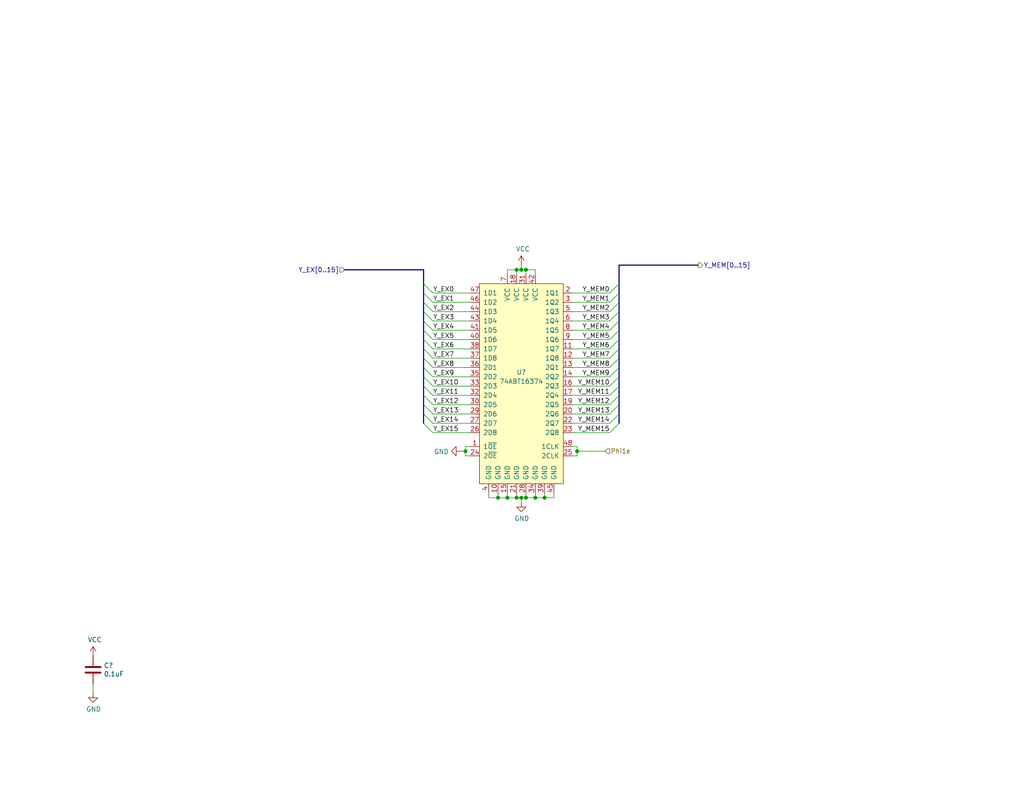
<source format=kicad_sch>
(kicad_sch (version 20250114) (generator "eeschema") (generator_version "9.0")
  (paper "USLetter")
  (title_block (title "EX/MEM: ALUResult Register") (date "2025-07-13") (rev "A"))
  (lib_symbols
    (symbol "Device:C" (pin_numbers (hide yes)) (pin_names (offset 0.254))
      (property "Reference" "C" (at 0.635 2.54 0))
      (property "Value" "C" (at 0.635 -2.54 0))
      (symbol "C_0_1"
        (polyline (pts (xy -2.032 0.762) (xy 2.032 0.762)) (stroke (width 0.508)))
        (polyline (pts (xy -2.032 -0.762) (xy 2.032 -0.762)) (stroke (width 0.508)))
      )
      (symbol "C_1_1"
        (pin passive line (at 0 3.81 270) (length 2.794) (name "~") (number "1"))
        (pin passive line (at 0 -3.81 90) (length 2.794) (name "~") (number "2"))
      )
    )
    (symbol "Turtle16:74ABT16374" (pin_names (offset 1.016))
      (symbol "74ABT16374_0_0"
        (pin input line (at -13.97 21.59 0) (length 2.54) (name "1D1") (number "47"))
        (pin input line (at -13.97 19.05 0) (length 2.54) (name "1D2") (number "46"))
        (pin input line (at -13.97 16.51 0) (length 2.54) (name "1D3") (number "44"))
        (pin input line (at -13.97 13.97 0) (length 2.54) (name "1D4") (number "43"))
        (pin input line (at -13.97 11.43 0) (length 2.54) (name "1D5") (number "41"))
        (pin input line (at -13.97 8.89 0) (length 2.54) (name "1D6") (number "40"))
        (pin input line (at -13.97 6.35 0) (length 2.54) (name "1D7") (number "38"))
        (pin input line (at -13.97 3.81 0) (length 2.54) (name "1D8") (number "37"))
        (pin input line (at -13.97 1.27 0) (length 2.54) (name "2D1") (number "36"))
        (pin input line (at -13.97 -1.27 0) (length 2.54) (name "2D2") (number "35"))
        (pin input line (at -13.97 -3.81 0) (length 2.54) (name "2D3") (number "33"))
        (pin input line (at -13.97 -6.35 0) (length 2.54) (name "2D4") (number "32"))
        (pin input line (at -13.97 -8.89 0) (length 2.54) (name "2D5") (number "30"))
        (pin input line (at -13.97 -11.43 0) (length 2.54) (name "2D6") (number "29"))
        (pin input line (at -13.97 -13.97 0) (length 2.54) (name "2D7") (number "27"))
        (pin input line (at -13.97 -16.51 0) (length 2.54) (name "2D8") (number "26"))
        (pin input line (at -13.97 -20.32 0) (length 2.54) (name "1~{OE}") (number "1"))
        (pin input line (at -13.97 -22.86 0) (length 2.54) (name "2~{OE}") (number "24"))
        (pin power_in line (at -8.89 -33.02 90) (length 2.54) (name "GND") (number "4"))
        (pin power_in line (at -6.35 -33.02 90) (length 2.54) (name "GND") (number "10"))
        (pin power_in line (at -3.81 26.67 270) (length 2.54) (name "VCC") (number "7"))
        (pin power_in line (at -3.81 -33.02 90) (length 2.54) (name "GND") (number "15"))
        (pin power_in line (at -1.27 26.67 270) (length 2.54) (name "VCC") (number "18"))
        (pin power_in line (at -1.27 -33.02 90) (length 2.54) (name "GND") (number "21"))
        (pin power_in line (at 1.27 26.67 270) (length 2.54) (name "VCC") (number "31"))
        (pin power_in line (at 1.27 -33.02 90) (length 2.54) (name "GND") (number "28"))
        (pin power_in line (at 3.81 26.67 270) (length 2.54) (name "VCC") (number "42"))
        (pin power_in line (at 3.81 -33.02 90) (length 2.54) (name "GND") (number "34"))
        (pin power_in line (at 6.35 -33.02 90) (length 2.54) (name "GND") (number "39"))
        (pin power_in line (at 8.89 -33.02 90) (length 2.54) (name "GND") (number "45"))
        (pin tri_state line (at 13.97 21.59 180) (length 2.54) (name "1Q1") (number "2"))
        (pin tri_state line (at 13.97 19.05 180) (length 2.54) (name "1Q2") (number "3"))
        (pin tri_state line (at 13.97 16.51 180) (length 2.54) (name "1Q3") (number "5"))
        (pin tri_state line (at 13.97 13.97 180) (length 2.54) (name "1Q4") (number "6"))
        (pin tri_state line (at 13.97 11.43 180) (length 2.54) (name "1Q5") (number "8"))
        (pin tri_state line (at 13.97 8.89 180) (length 2.54) (name "1Q6") (number "9"))
        (pin tri_state line (at 13.97 6.35 180) (length 2.54) (name "1Q7") (number "11"))
        (pin tri_state line (at 13.97 3.81 180) (length 2.54) (name "1Q8") (number "12"))
        (pin tri_state line (at 13.97 1.27 180) (length 2.54) (name "2Q1") (number "13"))
        (pin tri_state line (at 13.97 -1.27 180) (length 2.54) (name "2Q2") (number "14"))
        (pin tri_state line (at 13.97 -3.81 180) (length 2.54) (name "2Q3") (number "16"))
        (pin tri_state line (at 13.97 -6.35 180) (length 2.54) (name "2Q4") (number "17"))
        (pin tri_state line (at 13.97 -8.89 180) (length 2.54) (name "2Q5") (number "19"))
        (pin tri_state line (at 13.97 -11.43 180) (length 2.54) (name "2Q6") (number "20"))
        (pin tri_state line (at 13.97 -13.97 180) (length 2.54) (name "2Q7") (number "22"))
        (pin tri_state line (at 13.97 -16.51 180) (length 2.54) (name "2Q8") (number "23"))
        (pin input line (at 13.97 -20.32 180) (length 2.54) (name "1CLK") (number "48"))
        (pin input line (at 13.97 -22.86 180) (length 2.54) (name "2CLK") (number "25"))
      )
      (symbol "74ABT16374_0_1"
        (rectangle (start -11.43 24.13) (end 11.43 -30.48) (fill (type background)))
      )
    )
    (symbol "power:GND" (power) (pin_numbers (hide yes)) (pin_names (offset 0) (hide yes))
      (property "Value" "GND" (at 0 -3.81 0))
      (symbol "GND_0_1"
        (polyline (pts (xy 0 0) (xy 0 -1.27) (xy 1.27 -1.27) (xy 0 -2.54) (xy -1.27 -1.27) (xy 0 -1.27)))
      )
      (symbol "GND_1_1"
        (pin power_in line (at 0 0 270) (length 0) (name "~") (number "1"))
      )
    )
    (symbol "power:VCC" (power) (pin_numbers (hide yes)) (pin_names (offset 0) (hide yes))
      (property "Value" "VCC" (at 0 3.556 0))
      (symbol "VCC_0_1"
        (polyline (pts (xy -0.762 1.27) (xy 0 2.54)))
        (polyline (pts (xy 0 2.54) (xy 0.762 1.27)))
        (polyline (pts (xy 0 0) (xy 0 2.54)))
      )
      (symbol "VCC_1_1"
        (pin power_in line (at 0 0 90) (length 0) (name "~") (number "1"))
      )
    )
  )
  (junction (at 157.48 123.19))
  (junction (at 142.24 135.89))
  (junction (at 127 123.19))
  (junction (at 143.51 73.66))
  (junction (at 146.05 135.89))
  (junction (at 148.59 135.89))
  (junction (at 140.97 135.89))
  (junction (at 135.89 135.89))
  (junction (at 140.97 73.66))
  (junction (at 142.24 73.66))
  (junction (at 138.43 135.89))
  (junction (at 143.51 135.89))
  (bus_entry (at 115.57 87.63) (size 2.54 2.54))
  (bus_entry (at 168.91 87.63) (size -2.54 2.54))
  (bus_entry (at 168.91 113.03) (size -2.54 2.54))
  (bus_entry (at 115.57 82.55) (size 2.54 2.54))
  (bus_entry (at 168.91 92.71) (size -2.54 2.54))
  (bus_entry (at 115.57 90.17) (size 2.54 2.54))
  (bus_entry (at 115.57 92.71) (size 2.54 2.54))
  (bus_entry (at 168.91 77.47) (size -2.54 2.54))
  (bus_entry (at 168.91 110.49) (size -2.54 2.54))
  (bus_entry (at 115.57 77.47) (size 2.54 2.54))
  (bus_entry (at 115.57 110.49) (size 2.54 2.54))
  (bus_entry (at 168.91 85.09) (size -2.54 2.54))
  (bus_entry (at 115.57 102.87) (size 2.54 2.54))
  (bus_entry (at 115.57 97.79) (size 2.54 2.54))
  (bus_entry (at 168.91 80.01) (size -2.54 2.54))
  (bus_entry (at 168.91 115.57) (size -2.54 2.54))
  (bus_entry (at 168.91 105.41) (size -2.54 2.54))
  (bus_entry (at 115.57 105.41) (size 2.54 2.54))
  (bus_entry (at 168.91 90.17) (size -2.54 2.54))
  (bus_entry (at 115.57 113.03) (size 2.54 2.54))
  (bus_entry (at 115.57 100.33) (size 2.54 2.54))
  (bus_entry (at 115.57 95.25) (size 2.54 2.54))
  (bus_entry (at 168.91 102.87) (size -2.54 2.54))
  (bus_entry (at 115.57 80.01) (size 2.54 2.54))
  (bus_entry (at 168.91 100.33) (size -2.54 2.54))
  (bus_entry (at 168.91 107.95) (size -2.54 2.54))
  (bus_entry (at 168.91 82.55) (size -2.54 2.54))
  (bus_entry (at 115.57 107.95) (size 2.54 2.54))
  (bus_entry (at 168.91 97.79) (size -2.54 2.54))
  (bus_entry (at 115.57 115.57) (size 2.54 2.54))
  (bus_entry (at 115.57 85.09) (size 2.54 2.54))
  (bus_entry (at 168.91 95.25) (size -2.54 2.54))
  (wire (pts (xy 135.89 135.89) (xy 138.43 135.89)))
  (bus (pts (xy 168.91 85.09) (xy 168.91 87.63)))
  (bus (pts (xy 93.98 73.66) (xy 115.57 73.66)))
  (wire (pts (xy 166.37 100.33) (xy 156.21 100.33)))
  (wire (pts (xy 166.37 80.01) (xy 156.21 80.01)))
  (wire (pts (xy 143.51 73.66) (xy 146.05 73.66)))
  (bus (pts (xy 115.57 113.03) (xy 115.57 115.57)))
  (wire (pts (xy 146.05 73.66) (xy 146.05 74.93)))
  (wire (pts (xy 166.37 82.55) (xy 156.21 82.55)))
  (wire (pts (xy 166.37 115.57) (xy 156.21 115.57)))
  (bus (pts (xy 168.91 87.63) (xy 168.91 90.17)))
  (wire (pts (xy 138.43 73.66) (xy 140.97 73.66)))
  (wire (pts (xy 140.97 135.89) (xy 142.24 135.89)))
  (bus (pts (xy 115.57 97.79) (xy 115.57 100.33)))
  (bus (pts (xy 168.91 107.95) (xy 168.91 110.49)))
  (bus (pts (xy 115.57 107.95) (xy 115.57 110.49)))
  (bus (pts (xy 190.5 72.39) (xy 168.91 72.39)))
  (wire (pts (xy 118.11 118.11) (xy 128.27 118.11)))
  (wire (pts (xy 118.11 105.41) (xy 128.27 105.41)))
  (wire (pts (xy 118.11 115.57) (xy 128.27 115.57)))
  (wire (pts (xy 142.24 72.39) (xy 142.24 73.66)))
  (bus (pts (xy 168.91 110.49) (xy 168.91 113.03)))
  (wire (pts (xy 140.97 73.66) (xy 142.24 73.66)))
  (wire (pts (xy 148.59 135.89) (xy 151.13 135.89)))
  (wire (pts (xy 142.24 135.89) (xy 143.51 135.89)))
  (wire (pts (xy 133.35 135.89) (xy 135.89 135.89)))
  (wire (pts (xy 118.11 95.25) (xy 128.27 95.25)))
  (wire (pts (xy 135.89 134.62) (xy 135.89 135.89)))
  (bus (pts (xy 168.91 95.25) (xy 168.91 97.79)))
  (wire (pts (xy 157.48 123.19) (xy 157.48 124.46)))
  (wire (pts (xy 138.43 134.62) (xy 138.43 135.89)))
  (wire (pts (xy 166.37 102.87) (xy 156.21 102.87)))
  (wire (pts (xy 127 124.46) (xy 128.27 124.46)))
  (bus (pts (xy 168.91 72.39) (xy 168.91 77.47)))
  (wire (pts (xy 166.37 90.17) (xy 156.21 90.17)))
  (bus (pts (xy 168.91 100.33) (xy 168.91 102.87)))
  (bus (pts (xy 115.57 92.71) (xy 115.57 95.25)))
  (bus (pts (xy 115.57 102.87) (xy 115.57 105.41)))
  (wire (pts (xy 118.11 97.79) (xy 128.27 97.79)))
  (wire (pts (xy 157.48 124.46) (xy 156.21 124.46)))
  (wire (pts (xy 127 121.92) (xy 127 123.19)))
  (wire (pts (xy 118.11 90.17) (xy 128.27 90.17)))
  (wire (pts (xy 118.11 113.03) (xy 128.27 113.03)))
  (wire (pts (xy 166.37 107.95) (xy 156.21 107.95)))
  (wire (pts (xy 156.21 121.92) (xy 157.48 121.92)))
  (bus (pts (xy 115.57 90.17) (xy 115.57 92.71)))
  (bus (pts (xy 168.91 90.17) (xy 168.91 92.71)))
  (bus (pts (xy 115.57 100.33) (xy 115.57 102.87)))
  (wire (pts (xy 166.37 118.11) (xy 156.21 118.11)))
  (wire (pts (xy 25.4 189.23) (xy 25.4 186.69)))
  (wire (pts (xy 118.11 100.33) (xy 128.27 100.33)))
  (wire (pts (xy 157.48 121.92) (xy 157.48 123.19)))
  (wire (pts (xy 140.97 134.62) (xy 140.97 135.89)))
  (wire (pts (xy 166.37 92.71) (xy 156.21 92.71)))
  (wire (pts (xy 146.05 135.89) (xy 148.59 135.89)))
  (wire (pts (xy 127 123.19) (xy 127 124.46)))
  (bus (pts (xy 115.57 73.66) (xy 115.57 77.47)))
  (bus (pts (xy 115.57 80.01) (xy 115.57 82.55)))
  (bus (pts (xy 115.57 110.49) (xy 115.57 113.03)))
  (wire (pts (xy 166.37 105.41) (xy 156.21 105.41)))
  (wire (pts (xy 118.11 82.55) (xy 128.27 82.55)))
  (bus (pts (xy 168.91 113.03) (xy 168.91 115.57)))
  (wire (pts (xy 127 123.19) (xy 125.73 123.19)))
  (wire (pts (xy 133.35 134.62) (xy 133.35 135.89)))
  (wire (pts (xy 118.11 87.63) (xy 128.27 87.63)))
  (wire (pts (xy 157.48 123.19) (xy 165.1 123.19)))
  (wire (pts (xy 118.11 102.87) (xy 128.27 102.87)))
  (wire (pts (xy 140.97 74.93) (xy 140.97 73.66)))
  (wire (pts (xy 142.24 135.89) (xy 142.24 137.16)))
  (bus (pts (xy 115.57 95.25) (xy 115.57 97.79)))
  (wire (pts (xy 142.24 73.66) (xy 143.51 73.66)))
  (wire (pts (xy 166.37 95.25) (xy 156.21 95.25)))
  (wire (pts (xy 151.13 135.89) (xy 151.13 134.62)))
  (wire (pts (xy 118.11 107.95) (xy 128.27 107.95)))
  (wire (pts (xy 166.37 113.03) (xy 156.21 113.03)))
  (bus (pts (xy 115.57 87.63) (xy 115.57 90.17)))
  (bus (pts (xy 168.91 82.55) (xy 168.91 85.09)))
  (bus (pts (xy 115.57 82.55) (xy 115.57 85.09)))
  (wire (pts (xy 138.43 135.89) (xy 140.97 135.89)))
  (wire (pts (xy 146.05 134.62) (xy 146.05 135.89)))
  (wire (pts (xy 128.27 121.92) (xy 127 121.92)))
  (bus (pts (xy 168.91 92.71) (xy 168.91 95.25)))
  (bus (pts (xy 115.57 85.09) (xy 115.57 87.63)))
  (wire (pts (xy 143.51 134.62) (xy 143.51 135.89)))
  (bus (pts (xy 168.91 102.87) (xy 168.91 105.41)))
  (wire (pts (xy 166.37 97.79) (xy 156.21 97.79)))
  (wire (pts (xy 138.43 74.93) (xy 138.43 73.66)))
  (bus (pts (xy 115.57 77.47) (xy 115.57 80.01)))
  (bus (pts (xy 168.91 105.41) (xy 168.91 107.95)))
  (wire (pts (xy 118.11 85.09) (xy 128.27 85.09)))
  (bus (pts (xy 115.57 105.41) (xy 115.57 107.95)))
  (wire (pts (xy 143.51 74.93) (xy 143.51 73.66)))
  (wire (pts (xy 148.59 134.62) (xy 148.59 135.89)))
  (wire (pts (xy 143.51 135.89) (xy 146.05 135.89)))
  (bus (pts (xy 168.91 80.01) (xy 168.91 82.55)))
  (wire (pts (xy 118.11 110.49) (xy 128.27 110.49)))
  (wire (pts (xy 166.37 85.09) (xy 156.21 85.09)))
  (bus (pts (xy 168.91 77.47) (xy 168.91 80.01)))
  (wire (pts (xy 166.37 110.49) (xy 156.21 110.49)))
  (bus (pts (xy 168.91 97.79) (xy 168.91 100.33)))
  (wire (pts (xy 118.11 80.01) (xy 128.27 80.01)))
  (wire (pts (xy 166.37 87.63) (xy 156.21 87.63)))
  (wire (pts (xy 118.11 92.71) (xy 128.27 92.71)))
  (label "Y_MEM11" (at 166.37 107.95 180))
  (label "Y_EX1" (at 118.11 82.55 0))
  (label "Y_MEM1" (at 166.37 82.55 180))
  (label "Y_MEM9" (at 166.37 102.87 180))
  (label "Y_EX5" (at 118.11 92.71 0))
  (label "Y_MEM2" (at 166.37 85.09 180))
  (label "Y_MEM6" (at 166.37 95.25 180))
  (label "Y_EX14" (at 118.11 115.57 0))
  (label "Y_EX3" (at 118.11 87.63 0))
  (label "Y_MEM4" (at 166.37 90.17 180))
  (label "Y_EX8" (at 118.11 100.33 0))
  (label "Y_MEM8" (at 166.37 100.33 180))
  (label "Y_EX4" (at 118.11 90.17 0))
  (label "Y_EX0" (at 118.11 80.01 0))
  (label "Y_EX11" (at 118.11 107.95 0))
  (label "Y_EX7" (at 118.11 97.79 0))
  (label "Y_EX10" (at 118.11 105.41 0))
  (label "Y_EX9" (at 118.11 102.87 0))
  (label "Y_EX6" (at 118.11 95.25 0))
  (label "Y_MEM3" (at 166.37 87.63 180))
  (label "Y_EX13" (at 118.11 113.03 0))
  (label "Y_MEM10" (at 166.37 105.41 180))
  (label "Y_MEM7" (at 166.37 97.79 180))
  (label "Y_MEM15" (at 166.37 118.11 180))
  (label "Y_EX2" (at 118.11 85.09 0))
  (label "Y_MEM12" (at 166.37 110.49 180))
  (label "Y_EX12" (at 118.11 110.49 0))
  (label "Y_EX15" (at 118.11 118.11 0))
  (label "Y_MEM14" (at 166.37 115.57 180))
  (label "Y_MEM5" (at 166.37 92.71 180))
  (label "Y_MEM0" (at 166.37 80.01 180))
  (label "Y_MEM13" (at 166.37 113.03 180))
  (hierarchical_label "Phi1e" (shape input) (at 165.1 123.19 0))
  (hierarchical_label "Y_EX[0..15]" (shape input) (at 93.98 73.66 180))
  (hierarchical_label "Y_MEM[0..15]" (shape output) (at 190.5 72.39 0))
  (symbol (lib_id "Device:C") (at 25.4 182.88 0) (unit 1)
    (property "Reference" "C?" (at 28.321 181.7116 0) (effects (justify left)))
    (property "Value" "0.1uF" (at 28.321 184.023 0) (effects (justify left)))
    (property "Footprint" "Capacitor_SMD:C_0603_1608Metric" (effects (hide yes)))
    (property "Datasheet" "https://www.mouser.com/datasheet/2/396/taiyo_yuden_12132018_mlcc11_hq_e-1510082.pdf" (effects (hide yes)))
    (property "Manufacturer" "Taiyo Yuden" (effects (hide yes)))
    (property "Manufacturer#" "EMK107B7104KAHT" (effects (hide yes)))
    (property "Digikey#" "587-6004-1-ND" (effects (hide yes)))
  )
  (symbol (lib_id "power:VCC") (at 25.4 179.07 0) (unit 1)
    (property "Reference" "#PWR?" (effects (hide yes)))
    (property "Value" "VCC" (at 25.8318 174.6758 0))
    (property "Description" "Power symbol creates a global label with name \"VCC\"" (effects (hide yes)))
  )
  (symbol (lib_id "power:GND") (at 25.4 189.23 0) (unit 1)
    (property "Reference" "#PWR?" (effects (hide yes)))
    (property "Value" "GND" (at 25.527 193.6242 0))
    (property "Description" "Power symbol creates a global label with name \"GND\" , ground" (effects (hide yes)))
  )
  (symbol (lib_id "power:GND") (at 125.73 123.19 270) (unit 1)
    (property "Reference" "#PWR?" (effects (hide yes)))
    (property "Value" "GND" (at 122.4788 123.317 90) (effects (justify right)))
    (property "Description" "Power symbol creates a global label with name \"GND\" , ground" (effects (hide yes)))
  )
  (symbol (lib_id "power:VCC") (at 142.24 72.39 0) (unit 1)
    (property "Reference" "#PWR?" (effects (hide yes)))
    (property "Value" "VCC" (at 142.6718 67.9958 0))
    (property "Description" "Power symbol creates a global label with name \"VCC\"" (effects (hide yes)))
  )
  (symbol (lib_id "power:GND") (at 142.24 137.16 0) (unit 1)
    (property "Reference" "#PWR?" (effects (hide yes)))
    (property "Value" "GND" (at 142.367 141.5542 0))
    (property "Description" "Power symbol creates a global label with name \"GND\" , ground" (effects (hide yes)))
  )
  (symbol (lib_id "Turtle16:74ABT16374") (at 142.24 101.6 0) (unit 1)
    (property "Reference" "U?" (at 142.24 101.6 0))
    (property "Value" "74ABT16374" (at 142.24 104.14 0))
    (property "Footprint" "Package_SO:TSSOP-48_6.1x12.5mm_P0.5mm" (effects (hide yes)))
    (property "Datasheet" "https://www.ti.com/general/docs/suppproductinfo.tsp?distId=26&gotoUrl=https://www.ti.com/lit/gpn/sn74abt16374a" (effects (hide yes)))
    (property "Manufacturer" "Texas Instruments" (effects (hide yes)))
    (property "Manufacturer#" "SN74ABT16374ADGGR" (effects (hide yes)))
    (property "Mouser#" "595-SNABT16374ADGGR" (effects (hide yes)))
    (property "Digikey#" "296-3900-1-ND" (effects (hide yes)))
  )
)
</source>
